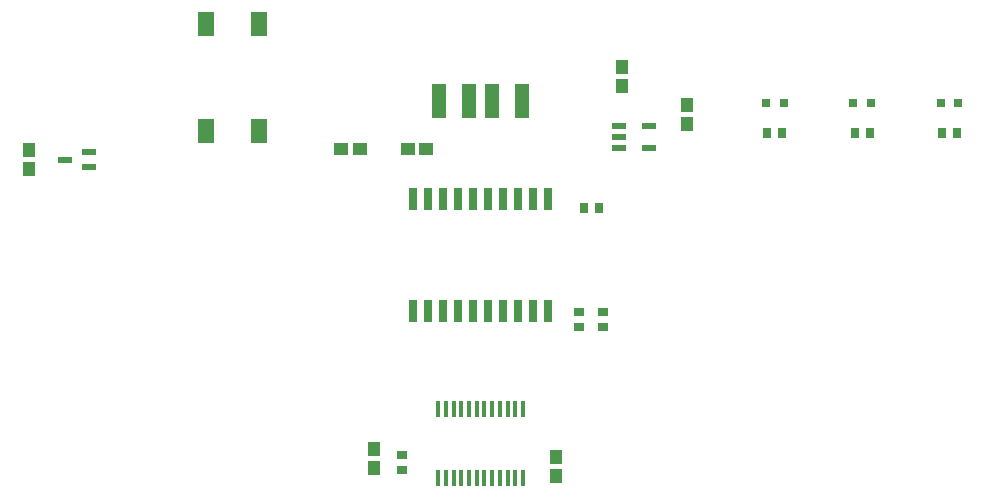
<source format=gtp>
G04*
G04 #@! TF.GenerationSoftware,Altium Limited,Altium Designer,21.2.2 (38)*
G04*
G04 Layer_Color=8421504*
%FSLAX25Y25*%
%MOIN*%
G70*
G04*
G04 #@! TF.SameCoordinates,A8DC1787-E1FC-4306-BF81-433DAE83029F*
G04*
G04*
G04 #@! TF.FilePolarity,Positive*
G04*
G01*
G75*
%ADD15R,0.02559X0.07579*%
%ADD16R,0.03150X0.03150*%
%ADD17R,0.01772X0.05807*%
%ADD18R,0.03985X0.04758*%
%ADD19R,0.03740X0.03150*%
%ADD20R,0.03150X0.03740*%
%ADD21R,0.04724X0.02362*%
%ADD22R,0.04528X0.02165*%
%ADD23R,0.04758X0.03985*%
%ADD24R,0.04921X0.11811*%
%ADD25R,0.05512X0.08268*%
D15*
X174350Y68161D02*
D03*
X179350D02*
D03*
X184350D02*
D03*
X189350D02*
D03*
X194350D02*
D03*
X199350D02*
D03*
X204350D02*
D03*
X209350D02*
D03*
X214350D02*
D03*
X219350D02*
D03*
Y105264D02*
D03*
X214350D02*
D03*
X209350D02*
D03*
X204350D02*
D03*
X199350D02*
D03*
X194350D02*
D03*
X189350D02*
D03*
X184350D02*
D03*
X179350D02*
D03*
X174350D02*
D03*
D16*
X297835Y137500D02*
D03*
X291929D02*
D03*
X356102Y137500D02*
D03*
X350197D02*
D03*
X326969D02*
D03*
X321063D02*
D03*
D17*
X182776Y12216D02*
D03*
X185335D02*
D03*
X187894D02*
D03*
X190453D02*
D03*
X193012D02*
D03*
X195571D02*
D03*
X198130D02*
D03*
X200689D02*
D03*
X203248D02*
D03*
X205807D02*
D03*
X208366D02*
D03*
X210925D02*
D03*
Y35349D02*
D03*
X208366D02*
D03*
X205807D02*
D03*
X203248D02*
D03*
X200689D02*
D03*
X198130D02*
D03*
X195571D02*
D03*
X193012D02*
D03*
X190453D02*
D03*
X187894D02*
D03*
X185335D02*
D03*
X182776D02*
D03*
D18*
X161417Y21956D02*
D03*
Y15642D02*
D03*
X265748Y130406D02*
D03*
Y136720D02*
D03*
X244094Y143005D02*
D03*
Y149318D02*
D03*
X221850Y12886D02*
D03*
Y19200D02*
D03*
X46457Y115347D02*
D03*
Y121661D02*
D03*
D19*
X170768Y15059D02*
D03*
Y19981D02*
D03*
X229516Y67718D02*
D03*
Y62797D02*
D03*
X237784Y67718D02*
D03*
Y62797D02*
D03*
D20*
X350689Y127264D02*
D03*
X355610D02*
D03*
X326476D02*
D03*
X321555D02*
D03*
X297342D02*
D03*
X292421D02*
D03*
X236221Y102461D02*
D03*
X231299D02*
D03*
D21*
X243110Y129823D02*
D03*
Y126083D02*
D03*
Y122343D02*
D03*
X252953D02*
D03*
Y129823D02*
D03*
D22*
X66142Y115945D02*
D03*
Y121063D02*
D03*
X58268Y118504D02*
D03*
D23*
X172473Y122146D02*
D03*
X178787D02*
D03*
X150379D02*
D03*
X156693D02*
D03*
D24*
X192913Y138051D02*
D03*
X200787D02*
D03*
X183071D02*
D03*
X210630D02*
D03*
D25*
X123031Y127854D02*
D03*
Y163681D02*
D03*
X105315Y127854D02*
D03*
Y163681D02*
D03*
M02*

</source>
